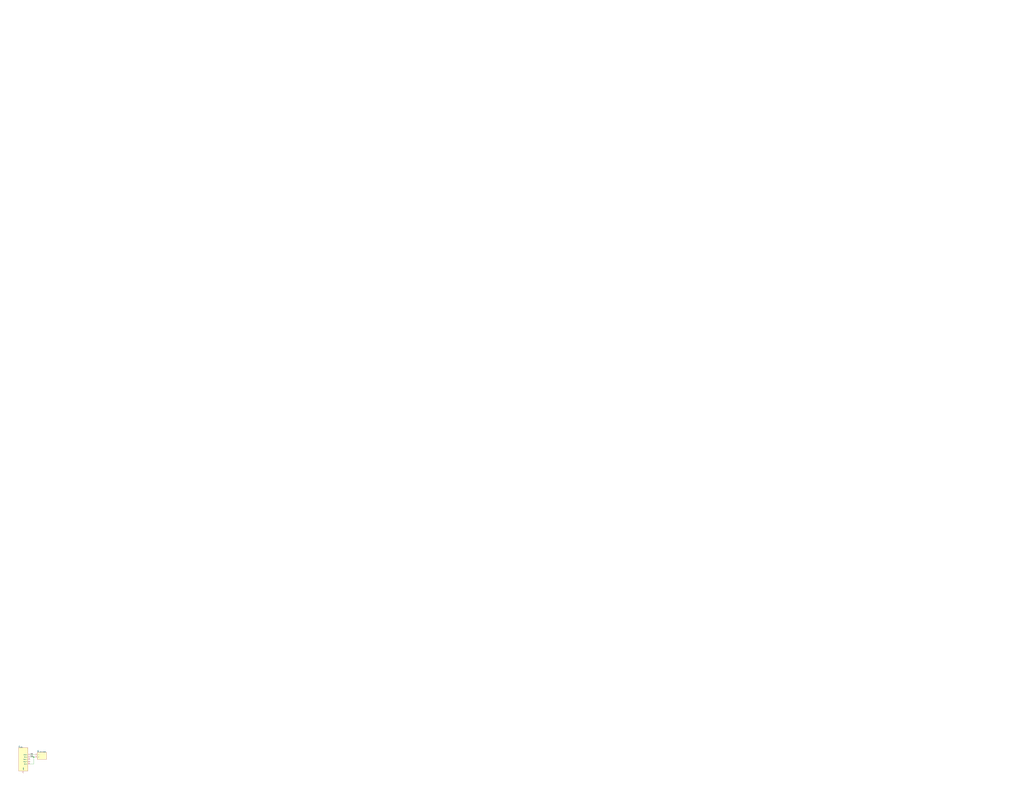
<source format=kicad_sch>
(kicad_sch (version 20211123) (generator eeschema)
  (paper "E")
  (lib_symbols
    (symbol "project_symbols:component_2" (pin_names (offset 1.016))
      (property "Reference" "J" (at -5.08 14.0716 0))
      (property "Value" "component_2" (at -5.08 13.0048 0))
      (symbol "component_2_1_0"
        (rectangle (start -5.08 -12.7) (end 5.08 12.7) (fill (type background)))
        (pin unspecified line (at 7.62 5.08 180) (length 2.54) (name "sleeve") (number "1"))
        (pin unspecified line (at 7.62 2.54 180) (length 2.54) (name "tip-a") (number "2"))
        (pin unspecified line (at 7.62 0 180) (length 2.54) (name "ring-1") (number "3"))
        (pin unspecified line (at 7.62 -2.54 180) (length 2.54) (name "ring-2") (number "4"))
        (pin unspecified line (at 7.62 -5.08 180) (length 2.54) (name "tip-b") (number "5"))
        (pin unspecified line (at 0 -15.24 90) (length 0) (name "case") (number "6"))
        (pin unspecified line (at 0 -15.24 90) (length 2.54) (name "case") (number "7"))
      )
    )
    (symbol "project_symbols:pin_header" (pin_names (offset 1.016))
      (property "Reference" "J" (at -5.08 5.1816 0))
      (property "Value" "pin_header" (at -5.08 4.1148 0))
      (symbol "pin_header_1_0"
        (rectangle (start -5.08 -3.81) (end 5.08 3.81) (fill (type background)))
        (pin unspecified line (at -7.62 1.27 0) (length 2.54) (name "1") (number "1"))
        (pin unspecified line (at -7.62 -1.27 0) (length 2.54) (name "2") (number "2"))
      )
    )
  )
  (junction (at 36.83 826.77))
  (wire (pts (xy 36.83 826.77) (xy 38.1 826.77)))
  (wire (pts (xy 33.02 826.77) (xy 36.83 826.77)))
  (wire (pts (xy 36.83 834.39) (xy 36.83 826.77)))
  (wire (pts (xy 33.02 824.23) (xy 38.1 824.23)))
  (wire (pts (xy 33.02 834.39) (xy 36.83 834.39)))
  (label "POS" (at 33.02 826.77 0) (effects (font (size 1.016 1.016))))
  (label "NEG" (at 33.02 824.23 0) (effects (font (size 1.016 1.016))))
  (symbol (lib_id "project_symbols:pin_header") (at 45.72 825.5 0) (unit 1)
    (property "Reference" "J2" (at 40.64 820.3184 0) (effects (font (size 0.762 0.762)) (justify left bottom)))
    (property "Value" "2X1-pin-header" (at 40.64 821.3852 0) (effects (font (size 0.762 0.762)) (justify left bottom)))
    (property "Footprint" "jack:pin_header_pkg" (effects hide))
    (property "MPN" "2X1-pin-header" (effects hide))
  )
  (symbol (lib_id "project_symbols:component_2") (at 25.4 829.31 0) (unit 1)
    (property "Reference" "J1" (at 20.32 815.2384 0) (effects (font (size 0.762 0.762)) (justify left bottom)))
    (property "Value" "PJ-614" (at 20.32 816.3052 0) (effects (font (size 0.762 0.762)) (justify left bottom)))
    (property "Footprint" "jack:C145801_12" (effects hide))
    (property "MPN" "PJ-614" (effects hide))
    (property "Manufacturer" "Hroparts" (effects hide))
  )
)
</source>
